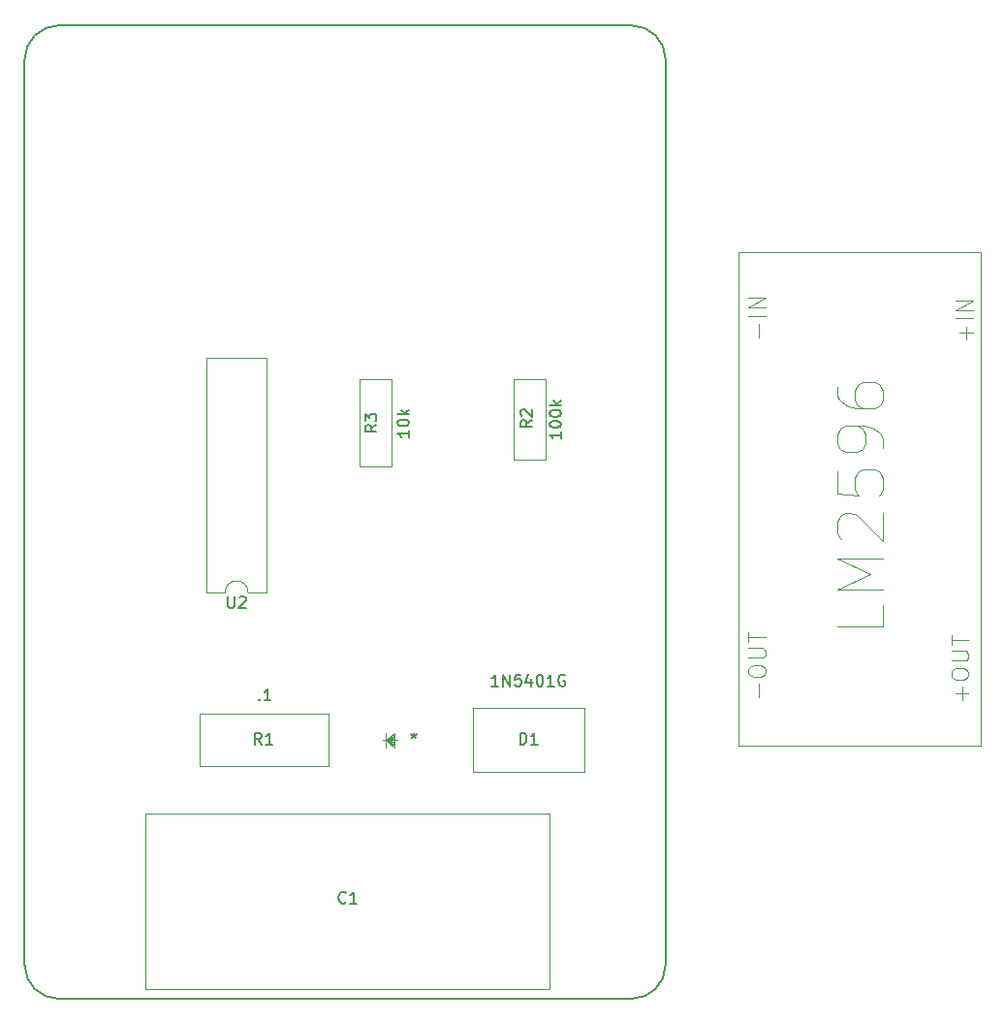
<source format=gbr>
%TF.GenerationSoftware,KiCad,Pcbnew,(7.0.0)*%
%TF.CreationDate,2023-04-04T12:28:07-04:00*%
%TF.ProjectId,scm-pcb,73636d2d-7063-4622-9e6b-696361645f70,2*%
%TF.SameCoordinates,Original*%
%TF.FileFunction,Legend,Top*%
%TF.FilePolarity,Positive*%
%FSLAX46Y46*%
G04 Gerber Fmt 4.6, Leading zero omitted, Abs format (unit mm)*
G04 Created by KiCad (PCBNEW (7.0.0)) date 2023-04-04 12:28:07*
%MOMM*%
%LPD*%
G01*
G04 APERTURE LIST*
%ADD10C,0.150000*%
%ADD11C,0.100000*%
%ADD12C,0.127000*%
%ADD13C,0.120000*%
G04 APERTURE END LIST*
D10*
%TO.C,R3*%
X131386580Y-79192616D02*
X130910390Y-79525949D01*
X131386580Y-79764044D02*
X130386580Y-79764044D01*
X130386580Y-79764044D02*
X130386580Y-79383092D01*
X130386580Y-79383092D02*
X130434200Y-79287854D01*
X130434200Y-79287854D02*
X130481819Y-79240235D01*
X130481819Y-79240235D02*
X130577057Y-79192616D01*
X130577057Y-79192616D02*
X130719914Y-79192616D01*
X130719914Y-79192616D02*
X130815152Y-79240235D01*
X130815152Y-79240235D02*
X130862771Y-79287854D01*
X130862771Y-79287854D02*
X130910390Y-79383092D01*
X130910390Y-79383092D02*
X130910390Y-79764044D01*
X130386580Y-78859282D02*
X130386580Y-78240235D01*
X130386580Y-78240235D02*
X130767533Y-78573568D01*
X130767533Y-78573568D02*
X130767533Y-78430711D01*
X130767533Y-78430711D02*
X130815152Y-78335473D01*
X130815152Y-78335473D02*
X130862771Y-78287854D01*
X130862771Y-78287854D02*
X130958009Y-78240235D01*
X130958009Y-78240235D02*
X131196104Y-78240235D01*
X131196104Y-78240235D02*
X131291342Y-78287854D01*
X131291342Y-78287854D02*
X131338961Y-78335473D01*
X131338961Y-78335473D02*
X131386580Y-78430711D01*
X131386580Y-78430711D02*
X131386580Y-78716425D01*
X131386580Y-78716425D02*
X131338961Y-78811663D01*
X131338961Y-78811663D02*
X131291342Y-78859282D01*
X134234330Y-79674388D02*
X134234330Y-80245816D01*
X134234330Y-79960102D02*
X133234330Y-79960102D01*
X133234330Y-79960102D02*
X133377188Y-80055340D01*
X133377188Y-80055340D02*
X133472426Y-80150578D01*
X133472426Y-80150578D02*
X133520045Y-80245816D01*
X133234330Y-79055340D02*
X133234330Y-78960102D01*
X133234330Y-78960102D02*
X133281950Y-78864864D01*
X133281950Y-78864864D02*
X133329569Y-78817245D01*
X133329569Y-78817245D02*
X133424807Y-78769626D01*
X133424807Y-78769626D02*
X133615283Y-78722007D01*
X133615283Y-78722007D02*
X133853378Y-78722007D01*
X133853378Y-78722007D02*
X134043854Y-78769626D01*
X134043854Y-78769626D02*
X134139092Y-78817245D01*
X134139092Y-78817245D02*
X134186711Y-78864864D01*
X134186711Y-78864864D02*
X134234330Y-78960102D01*
X134234330Y-78960102D02*
X134234330Y-79055340D01*
X134234330Y-79055340D02*
X134186711Y-79150578D01*
X134186711Y-79150578D02*
X134139092Y-79198197D01*
X134139092Y-79198197D02*
X134043854Y-79245816D01*
X134043854Y-79245816D02*
X133853378Y-79293435D01*
X133853378Y-79293435D02*
X133615283Y-79293435D01*
X133615283Y-79293435D02*
X133424807Y-79245816D01*
X133424807Y-79245816D02*
X133329569Y-79198197D01*
X133329569Y-79198197D02*
X133281950Y-79150578D01*
X133281950Y-79150578D02*
X133234330Y-79055340D01*
X134234330Y-78293435D02*
X133234330Y-78293435D01*
X133853378Y-78198197D02*
X134234330Y-77912483D01*
X133567664Y-77912483D02*
X133948616Y-78293435D01*
%TO.C,C1*%
X128716733Y-120874543D02*
X128669114Y-120922162D01*
X128669114Y-120922162D02*
X128526257Y-120969781D01*
X128526257Y-120969781D02*
X128431019Y-120969781D01*
X128431019Y-120969781D02*
X128288162Y-120922162D01*
X128288162Y-120922162D02*
X128192924Y-120826924D01*
X128192924Y-120826924D02*
X128145305Y-120731686D01*
X128145305Y-120731686D02*
X128097686Y-120541210D01*
X128097686Y-120541210D02*
X128097686Y-120398353D01*
X128097686Y-120398353D02*
X128145305Y-120207877D01*
X128145305Y-120207877D02*
X128192924Y-120112639D01*
X128192924Y-120112639D02*
X128288162Y-120017401D01*
X128288162Y-120017401D02*
X128431019Y-119969781D01*
X128431019Y-119969781D02*
X128526257Y-119969781D01*
X128526257Y-119969781D02*
X128669114Y-120017401D01*
X128669114Y-120017401D02*
X128716733Y-120065020D01*
X129669114Y-120969781D02*
X129097686Y-120969781D01*
X129383400Y-120969781D02*
X129383400Y-119969781D01*
X129383400Y-119969781D02*
X129288162Y-120112639D01*
X129288162Y-120112639D02*
X129192924Y-120207877D01*
X129192924Y-120207877D02*
X129097686Y-120255496D01*
%TO.C,R1*%
X121346733Y-107087380D02*
X121013400Y-106611190D01*
X120775305Y-107087380D02*
X120775305Y-106087380D01*
X120775305Y-106087380D02*
X121156257Y-106087380D01*
X121156257Y-106087380D02*
X121251495Y-106135000D01*
X121251495Y-106135000D02*
X121299114Y-106182619D01*
X121299114Y-106182619D02*
X121346733Y-106277857D01*
X121346733Y-106277857D02*
X121346733Y-106420714D01*
X121346733Y-106420714D02*
X121299114Y-106515952D01*
X121299114Y-106515952D02*
X121251495Y-106563571D01*
X121251495Y-106563571D02*
X121156257Y-106611190D01*
X121156257Y-106611190D02*
X120775305Y-106611190D01*
X122299114Y-107087380D02*
X121727686Y-107087380D01*
X122013400Y-107087380D02*
X122013400Y-106087380D01*
X122013400Y-106087380D02*
X121918162Y-106230238D01*
X121918162Y-106230238D02*
X121822924Y-106325476D01*
X121822924Y-106325476D02*
X121727686Y-106373095D01*
X121164210Y-103142142D02*
X121211829Y-103189761D01*
X121211829Y-103189761D02*
X121164210Y-103237380D01*
X121164210Y-103237380D02*
X121116591Y-103189761D01*
X121116591Y-103189761D02*
X121164210Y-103142142D01*
X121164210Y-103142142D02*
X121164210Y-103237380D01*
X122164209Y-103237380D02*
X121592781Y-103237380D01*
X121878495Y-103237380D02*
X121878495Y-102237380D01*
X121878495Y-102237380D02*
X121783257Y-102380238D01*
X121783257Y-102380238D02*
X121688019Y-102475476D01*
X121688019Y-102475476D02*
X121592781Y-102523095D01*
%TO.C,U2*%
X118413095Y-94193380D02*
X118413095Y-95002904D01*
X118413095Y-95002904D02*
X118460714Y-95098142D01*
X118460714Y-95098142D02*
X118508333Y-95145761D01*
X118508333Y-95145761D02*
X118603571Y-95193380D01*
X118603571Y-95193380D02*
X118794047Y-95193380D01*
X118794047Y-95193380D02*
X118889285Y-95145761D01*
X118889285Y-95145761D02*
X118936904Y-95098142D01*
X118936904Y-95098142D02*
X118984523Y-95002904D01*
X118984523Y-95002904D02*
X118984523Y-94193380D01*
X119413095Y-94288619D02*
X119460714Y-94241000D01*
X119460714Y-94241000D02*
X119555952Y-94193380D01*
X119555952Y-94193380D02*
X119794047Y-94193380D01*
X119794047Y-94193380D02*
X119889285Y-94241000D01*
X119889285Y-94241000D02*
X119936904Y-94288619D01*
X119936904Y-94288619D02*
X119984523Y-94383857D01*
X119984523Y-94383857D02*
X119984523Y-94479095D01*
X119984523Y-94479095D02*
X119936904Y-94621952D01*
X119936904Y-94621952D02*
X119365476Y-95193380D01*
X119365476Y-95193380D02*
X119984523Y-95193380D01*
D11*
%TO.C,REF\u002A\u002A*%
X182540942Y-103226057D02*
X182540942Y-102083200D01*
X183112371Y-102654628D02*
X181969514Y-102654628D01*
X181612371Y-101083199D02*
X181612371Y-100797485D01*
X181612371Y-100797485D02*
X181683800Y-100654628D01*
X181683800Y-100654628D02*
X181826657Y-100511771D01*
X181826657Y-100511771D02*
X182112371Y-100440342D01*
X182112371Y-100440342D02*
X182612371Y-100440342D01*
X182612371Y-100440342D02*
X182898085Y-100511771D01*
X182898085Y-100511771D02*
X183040942Y-100654628D01*
X183040942Y-100654628D02*
X183112371Y-100797485D01*
X183112371Y-100797485D02*
X183112371Y-101083199D01*
X183112371Y-101083199D02*
X183040942Y-101226057D01*
X183040942Y-101226057D02*
X182898085Y-101368914D01*
X182898085Y-101368914D02*
X182612371Y-101440342D01*
X182612371Y-101440342D02*
X182112371Y-101440342D01*
X182112371Y-101440342D02*
X181826657Y-101368914D01*
X181826657Y-101368914D02*
X181683800Y-101226057D01*
X181683800Y-101226057D02*
X181612371Y-101083199D01*
X181612371Y-99797485D02*
X182826657Y-99797485D01*
X182826657Y-99797485D02*
X182969514Y-99726056D01*
X182969514Y-99726056D02*
X183040942Y-99654628D01*
X183040942Y-99654628D02*
X183112371Y-99511770D01*
X183112371Y-99511770D02*
X183112371Y-99226056D01*
X183112371Y-99226056D02*
X183040942Y-99083199D01*
X183040942Y-99083199D02*
X182969514Y-99011770D01*
X182969514Y-99011770D02*
X182826657Y-98940342D01*
X182826657Y-98940342D02*
X181612371Y-98940342D01*
X181612371Y-98440341D02*
X181612371Y-97583199D01*
X183112371Y-98011770D02*
X181612371Y-98011770D01*
X175659523Y-94909457D02*
X175659523Y-96814219D01*
X175659523Y-96814219D02*
X171659523Y-96814219D01*
X175659523Y-93576124D02*
X171659523Y-93576124D01*
X171659523Y-93576124D02*
X174516666Y-92242790D01*
X174516666Y-92242790D02*
X171659523Y-90909457D01*
X171659523Y-90909457D02*
X175659523Y-90909457D01*
X172040476Y-89195171D02*
X171850000Y-89004695D01*
X171850000Y-89004695D02*
X171659523Y-88623742D01*
X171659523Y-88623742D02*
X171659523Y-87671361D01*
X171659523Y-87671361D02*
X171850000Y-87290409D01*
X171850000Y-87290409D02*
X172040476Y-87099933D01*
X172040476Y-87099933D02*
X172421428Y-86909456D01*
X172421428Y-86909456D02*
X172802380Y-86909456D01*
X172802380Y-86909456D02*
X173373809Y-87099933D01*
X173373809Y-87099933D02*
X175659523Y-89385647D01*
X175659523Y-89385647D02*
X175659523Y-86909456D01*
X171659523Y-83290409D02*
X171659523Y-85195171D01*
X171659523Y-85195171D02*
X173564285Y-85385647D01*
X173564285Y-85385647D02*
X173373809Y-85195171D01*
X173373809Y-85195171D02*
X173183333Y-84814218D01*
X173183333Y-84814218D02*
X173183333Y-83861837D01*
X173183333Y-83861837D02*
X173373809Y-83480885D01*
X173373809Y-83480885D02*
X173564285Y-83290409D01*
X173564285Y-83290409D02*
X173945238Y-83099932D01*
X173945238Y-83099932D02*
X174897619Y-83099932D01*
X174897619Y-83099932D02*
X175278571Y-83290409D01*
X175278571Y-83290409D02*
X175469047Y-83480885D01*
X175469047Y-83480885D02*
X175659523Y-83861837D01*
X175659523Y-83861837D02*
X175659523Y-84814218D01*
X175659523Y-84814218D02*
X175469047Y-85195171D01*
X175469047Y-85195171D02*
X175278571Y-85385647D01*
X175659523Y-81195170D02*
X175659523Y-80433266D01*
X175659523Y-80433266D02*
X175469047Y-80052313D01*
X175469047Y-80052313D02*
X175278571Y-79861837D01*
X175278571Y-79861837D02*
X174707142Y-79480885D01*
X174707142Y-79480885D02*
X173945238Y-79290408D01*
X173945238Y-79290408D02*
X172421428Y-79290408D01*
X172421428Y-79290408D02*
X172040476Y-79480885D01*
X172040476Y-79480885D02*
X171850000Y-79671361D01*
X171850000Y-79671361D02*
X171659523Y-80052313D01*
X171659523Y-80052313D02*
X171659523Y-80814218D01*
X171659523Y-80814218D02*
X171850000Y-81195170D01*
X171850000Y-81195170D02*
X172040476Y-81385647D01*
X172040476Y-81385647D02*
X172421428Y-81576123D01*
X172421428Y-81576123D02*
X173373809Y-81576123D01*
X173373809Y-81576123D02*
X173754761Y-81385647D01*
X173754761Y-81385647D02*
X173945238Y-81195170D01*
X173945238Y-81195170D02*
X174135714Y-80814218D01*
X174135714Y-80814218D02*
X174135714Y-80052313D01*
X174135714Y-80052313D02*
X173945238Y-79671361D01*
X173945238Y-79671361D02*
X173754761Y-79480885D01*
X173754761Y-79480885D02*
X173373809Y-79290408D01*
X171659523Y-75861837D02*
X171659523Y-76623742D01*
X171659523Y-76623742D02*
X171850000Y-77004694D01*
X171850000Y-77004694D02*
X172040476Y-77195170D01*
X172040476Y-77195170D02*
X172611904Y-77576123D01*
X172611904Y-77576123D02*
X173373809Y-77766599D01*
X173373809Y-77766599D02*
X174897619Y-77766599D01*
X174897619Y-77766599D02*
X175278571Y-77576123D01*
X175278571Y-77576123D02*
X175469047Y-77385646D01*
X175469047Y-77385646D02*
X175659523Y-77004694D01*
X175659523Y-77004694D02*
X175659523Y-76242789D01*
X175659523Y-76242789D02*
X175469047Y-75861837D01*
X175469047Y-75861837D02*
X175278571Y-75671361D01*
X175278571Y-75671361D02*
X174897619Y-75480884D01*
X174897619Y-75480884D02*
X173945238Y-75480884D01*
X173945238Y-75480884D02*
X173564285Y-75671361D01*
X173564285Y-75671361D02*
X173373809Y-75861837D01*
X173373809Y-75861837D02*
X173183333Y-76242789D01*
X173183333Y-76242789D02*
X173183333Y-77004694D01*
X173183333Y-77004694D02*
X173373809Y-77385646D01*
X173373809Y-77385646D02*
X173564285Y-77576123D01*
X173564285Y-77576123D02*
X173945238Y-77766599D01*
X164837142Y-102972057D02*
X164837142Y-101829200D01*
X163908571Y-100829199D02*
X163908571Y-100543485D01*
X163908571Y-100543485D02*
X163980000Y-100400628D01*
X163980000Y-100400628D02*
X164122857Y-100257771D01*
X164122857Y-100257771D02*
X164408571Y-100186342D01*
X164408571Y-100186342D02*
X164908571Y-100186342D01*
X164908571Y-100186342D02*
X165194285Y-100257771D01*
X165194285Y-100257771D02*
X165337142Y-100400628D01*
X165337142Y-100400628D02*
X165408571Y-100543485D01*
X165408571Y-100543485D02*
X165408571Y-100829199D01*
X165408571Y-100829199D02*
X165337142Y-100972057D01*
X165337142Y-100972057D02*
X165194285Y-101114914D01*
X165194285Y-101114914D02*
X164908571Y-101186342D01*
X164908571Y-101186342D02*
X164408571Y-101186342D01*
X164408571Y-101186342D02*
X164122857Y-101114914D01*
X164122857Y-101114914D02*
X163980000Y-100972057D01*
X163980000Y-100972057D02*
X163908571Y-100829199D01*
X163908571Y-99543485D02*
X165122857Y-99543485D01*
X165122857Y-99543485D02*
X165265714Y-99472056D01*
X165265714Y-99472056D02*
X165337142Y-99400628D01*
X165337142Y-99400628D02*
X165408571Y-99257770D01*
X165408571Y-99257770D02*
X165408571Y-98972056D01*
X165408571Y-98972056D02*
X165337142Y-98829199D01*
X165337142Y-98829199D02*
X165265714Y-98757770D01*
X165265714Y-98757770D02*
X165122857Y-98686342D01*
X165122857Y-98686342D02*
X163908571Y-98686342D01*
X163908571Y-98186341D02*
X163908571Y-97329199D01*
X165408571Y-97757770D02*
X163908571Y-97757770D01*
X164811742Y-71552257D02*
X164811742Y-70409400D01*
X165383171Y-69695114D02*
X163883171Y-69695114D01*
X165383171Y-68980828D02*
X163883171Y-68980828D01*
X163883171Y-68980828D02*
X165383171Y-68123685D01*
X165383171Y-68123685D02*
X163883171Y-68123685D01*
X182921942Y-71755457D02*
X182921942Y-70612600D01*
X183493371Y-71184028D02*
X182350514Y-71184028D01*
X183493371Y-69898314D02*
X181993371Y-69898314D01*
X183493371Y-69184028D02*
X181993371Y-69184028D01*
X181993371Y-69184028D02*
X183493371Y-68326885D01*
X183493371Y-68326885D02*
X181993371Y-68326885D01*
D10*
%TO.C,R2*%
X144994980Y-78805066D02*
X144518790Y-79138399D01*
X144994980Y-79376494D02*
X143994980Y-79376494D01*
X143994980Y-79376494D02*
X143994980Y-78995542D01*
X143994980Y-78995542D02*
X144042600Y-78900304D01*
X144042600Y-78900304D02*
X144090219Y-78852685D01*
X144090219Y-78852685D02*
X144185457Y-78805066D01*
X144185457Y-78805066D02*
X144328314Y-78805066D01*
X144328314Y-78805066D02*
X144423552Y-78852685D01*
X144423552Y-78852685D02*
X144471171Y-78900304D01*
X144471171Y-78900304D02*
X144518790Y-78995542D01*
X144518790Y-78995542D02*
X144518790Y-79376494D01*
X144090219Y-78424113D02*
X144042600Y-78376494D01*
X144042600Y-78376494D02*
X143994980Y-78281256D01*
X143994980Y-78281256D02*
X143994980Y-78043161D01*
X143994980Y-78043161D02*
X144042600Y-77947923D01*
X144042600Y-77947923D02*
X144090219Y-77900304D01*
X144090219Y-77900304D02*
X144185457Y-77852685D01*
X144185457Y-77852685D02*
X144280695Y-77852685D01*
X144280695Y-77852685D02*
X144423552Y-77900304D01*
X144423552Y-77900304D02*
X144994980Y-78471732D01*
X144994980Y-78471732D02*
X144994980Y-77852685D01*
X147509580Y-79811428D02*
X147509580Y-80382856D01*
X147509580Y-80097142D02*
X146509580Y-80097142D01*
X146509580Y-80097142D02*
X146652438Y-80192380D01*
X146652438Y-80192380D02*
X146747676Y-80287618D01*
X146747676Y-80287618D02*
X146795295Y-80382856D01*
X146509580Y-79192380D02*
X146509580Y-79097142D01*
X146509580Y-79097142D02*
X146557200Y-79001904D01*
X146557200Y-79001904D02*
X146604819Y-78954285D01*
X146604819Y-78954285D02*
X146700057Y-78906666D01*
X146700057Y-78906666D02*
X146890533Y-78859047D01*
X146890533Y-78859047D02*
X147128628Y-78859047D01*
X147128628Y-78859047D02*
X147319104Y-78906666D01*
X147319104Y-78906666D02*
X147414342Y-78954285D01*
X147414342Y-78954285D02*
X147461961Y-79001904D01*
X147461961Y-79001904D02*
X147509580Y-79097142D01*
X147509580Y-79097142D02*
X147509580Y-79192380D01*
X147509580Y-79192380D02*
X147461961Y-79287618D01*
X147461961Y-79287618D02*
X147414342Y-79335237D01*
X147414342Y-79335237D02*
X147319104Y-79382856D01*
X147319104Y-79382856D02*
X147128628Y-79430475D01*
X147128628Y-79430475D02*
X146890533Y-79430475D01*
X146890533Y-79430475D02*
X146700057Y-79382856D01*
X146700057Y-79382856D02*
X146604819Y-79335237D01*
X146604819Y-79335237D02*
X146557200Y-79287618D01*
X146557200Y-79287618D02*
X146509580Y-79192380D01*
X146509580Y-78239999D02*
X146509580Y-78144761D01*
X146509580Y-78144761D02*
X146557200Y-78049523D01*
X146557200Y-78049523D02*
X146604819Y-78001904D01*
X146604819Y-78001904D02*
X146700057Y-77954285D01*
X146700057Y-77954285D02*
X146890533Y-77906666D01*
X146890533Y-77906666D02*
X147128628Y-77906666D01*
X147128628Y-77906666D02*
X147319104Y-77954285D01*
X147319104Y-77954285D02*
X147414342Y-78001904D01*
X147414342Y-78001904D02*
X147461961Y-78049523D01*
X147461961Y-78049523D02*
X147509580Y-78144761D01*
X147509580Y-78144761D02*
X147509580Y-78239999D01*
X147509580Y-78239999D02*
X147461961Y-78335237D01*
X147461961Y-78335237D02*
X147414342Y-78382856D01*
X147414342Y-78382856D02*
X147319104Y-78430475D01*
X147319104Y-78430475D02*
X147128628Y-78478094D01*
X147128628Y-78478094D02*
X146890533Y-78478094D01*
X146890533Y-78478094D02*
X146700057Y-78430475D01*
X146700057Y-78430475D02*
X146604819Y-78382856D01*
X146604819Y-78382856D02*
X146557200Y-78335237D01*
X146557200Y-78335237D02*
X146509580Y-78239999D01*
X147509580Y-77478094D02*
X146509580Y-77478094D01*
X147128628Y-77382856D02*
X147509580Y-77097142D01*
X146842914Y-77097142D02*
X147223866Y-77478094D01*
%TO.C,D1*%
X143951655Y-107087380D02*
X143951655Y-106087380D01*
X143951655Y-106087380D02*
X144189750Y-106087380D01*
X144189750Y-106087380D02*
X144332607Y-106135000D01*
X144332607Y-106135000D02*
X144427845Y-106230238D01*
X144427845Y-106230238D02*
X144475464Y-106325476D01*
X144475464Y-106325476D02*
X144523083Y-106515952D01*
X144523083Y-106515952D02*
X144523083Y-106658809D01*
X144523083Y-106658809D02*
X144475464Y-106849285D01*
X144475464Y-106849285D02*
X144427845Y-106944523D01*
X144427845Y-106944523D02*
X144332607Y-107039761D01*
X144332607Y-107039761D02*
X144189750Y-107087380D01*
X144189750Y-107087380D02*
X143951655Y-107087380D01*
X145475464Y-107087380D02*
X144904036Y-107087380D01*
X145189750Y-107087380D02*
X145189750Y-106087380D01*
X145189750Y-106087380D02*
X145094512Y-106230238D01*
X145094512Y-106230238D02*
X144999274Y-106325476D01*
X144999274Y-106325476D02*
X144904036Y-106373095D01*
X142046892Y-102007380D02*
X141475464Y-102007380D01*
X141761178Y-102007380D02*
X141761178Y-101007380D01*
X141761178Y-101007380D02*
X141665940Y-101150238D01*
X141665940Y-101150238D02*
X141570702Y-101245476D01*
X141570702Y-101245476D02*
X141475464Y-101293095D01*
X142475464Y-102007380D02*
X142475464Y-101007380D01*
X142475464Y-101007380D02*
X143046892Y-102007380D01*
X143046892Y-102007380D02*
X143046892Y-101007380D01*
X143999273Y-101007380D02*
X143523083Y-101007380D01*
X143523083Y-101007380D02*
X143475464Y-101483571D01*
X143475464Y-101483571D02*
X143523083Y-101435952D01*
X143523083Y-101435952D02*
X143618321Y-101388333D01*
X143618321Y-101388333D02*
X143856416Y-101388333D01*
X143856416Y-101388333D02*
X143951654Y-101435952D01*
X143951654Y-101435952D02*
X143999273Y-101483571D01*
X143999273Y-101483571D02*
X144046892Y-101578809D01*
X144046892Y-101578809D02*
X144046892Y-101816904D01*
X144046892Y-101816904D02*
X143999273Y-101912142D01*
X143999273Y-101912142D02*
X143951654Y-101959761D01*
X143951654Y-101959761D02*
X143856416Y-102007380D01*
X143856416Y-102007380D02*
X143618321Y-102007380D01*
X143618321Y-102007380D02*
X143523083Y-101959761D01*
X143523083Y-101959761D02*
X143475464Y-101912142D01*
X144904035Y-101340714D02*
X144904035Y-102007380D01*
X144665940Y-100959761D02*
X144427845Y-101674047D01*
X144427845Y-101674047D02*
X145046892Y-101674047D01*
X145618321Y-101007380D02*
X145713559Y-101007380D01*
X145713559Y-101007380D02*
X145808797Y-101055000D01*
X145808797Y-101055000D02*
X145856416Y-101102619D01*
X145856416Y-101102619D02*
X145904035Y-101197857D01*
X145904035Y-101197857D02*
X145951654Y-101388333D01*
X145951654Y-101388333D02*
X145951654Y-101626428D01*
X145951654Y-101626428D02*
X145904035Y-101816904D01*
X145904035Y-101816904D02*
X145856416Y-101912142D01*
X145856416Y-101912142D02*
X145808797Y-101959761D01*
X145808797Y-101959761D02*
X145713559Y-102007380D01*
X145713559Y-102007380D02*
X145618321Y-102007380D01*
X145618321Y-102007380D02*
X145523083Y-101959761D01*
X145523083Y-101959761D02*
X145475464Y-101912142D01*
X145475464Y-101912142D02*
X145427845Y-101816904D01*
X145427845Y-101816904D02*
X145380226Y-101626428D01*
X145380226Y-101626428D02*
X145380226Y-101388333D01*
X145380226Y-101388333D02*
X145427845Y-101197857D01*
X145427845Y-101197857D02*
X145475464Y-101102619D01*
X145475464Y-101102619D02*
X145523083Y-101055000D01*
X145523083Y-101055000D02*
X145618321Y-101007380D01*
X146904035Y-102007380D02*
X146332607Y-102007380D01*
X146618321Y-102007380D02*
X146618321Y-101007380D01*
X146618321Y-101007380D02*
X146523083Y-101150238D01*
X146523083Y-101150238D02*
X146427845Y-101245476D01*
X146427845Y-101245476D02*
X146332607Y-101293095D01*
X147856416Y-101055000D02*
X147761178Y-101007380D01*
X147761178Y-101007380D02*
X147618321Y-101007380D01*
X147618321Y-101007380D02*
X147475464Y-101055000D01*
X147475464Y-101055000D02*
X147380226Y-101150238D01*
X147380226Y-101150238D02*
X147332607Y-101245476D01*
X147332607Y-101245476D02*
X147284988Y-101435952D01*
X147284988Y-101435952D02*
X147284988Y-101578809D01*
X147284988Y-101578809D02*
X147332607Y-101769285D01*
X147332607Y-101769285D02*
X147380226Y-101864523D01*
X147380226Y-101864523D02*
X147475464Y-101959761D01*
X147475464Y-101959761D02*
X147618321Y-102007380D01*
X147618321Y-102007380D02*
X147713559Y-102007380D01*
X147713559Y-102007380D02*
X147856416Y-101959761D01*
X147856416Y-101959761D02*
X147904035Y-101912142D01*
X147904035Y-101912142D02*
X147904035Y-101578809D01*
X147904035Y-101578809D02*
X147713559Y-101578809D01*
X134656750Y-106087380D02*
X134656750Y-106325476D01*
X134418655Y-106230238D02*
X134656750Y-106325476D01*
X134656750Y-106325476D02*
X134894845Y-106230238D01*
X134513893Y-106515952D02*
X134656750Y-106325476D01*
X134656750Y-106325476D02*
X134799607Y-106515952D01*
D12*
%TO.C,J1*%
X103662000Y-129318000D02*
X153662000Y-129318000D01*
X156662000Y-126318000D02*
X156662000Y-47318000D01*
X100662000Y-47318000D02*
X100662000Y-126318000D01*
X153662000Y-44318000D02*
X103662000Y-44318000D01*
X100662000Y-126318000D02*
G75*
G03*
X103662000Y-129318000I3000001J1D01*
G01*
X153662000Y-129318000D02*
G75*
G03*
X156662000Y-126318000I-1J3000001D01*
G01*
X103662000Y-44318000D02*
G75*
G03*
X100662000Y-47318000I0J-3000000D01*
G01*
X156662000Y-47318000D02*
G75*
G03*
X153662000Y-44318000I-3000000J0D01*
G01*
D13*
%TO.C,R3*%
X132689600Y-75215950D02*
X129946400Y-75215950D01*
X129946400Y-75215950D02*
X129946400Y-82835950D01*
X132689600Y-82835950D02*
X132689600Y-75215950D01*
X129946400Y-82835950D02*
X132689600Y-82835950D01*
%TO.C,C1*%
X146485600Y-128436701D02*
X146485600Y-113171301D01*
X111230400Y-128436701D02*
X146485600Y-128436701D01*
X111230400Y-128436701D02*
X111230400Y-113171301D01*
X111230400Y-113171301D02*
X146485600Y-113171301D01*
%TO.C,R1*%
X127228400Y-108993300D02*
X127228400Y-104446700D01*
X127228400Y-104446700D02*
X115976200Y-104446700D01*
X115976200Y-108993300D02*
X127228400Y-108993300D01*
X115976200Y-104446700D02*
X115976200Y-108993300D01*
%TO.C,U2*%
X121825000Y-93826000D02*
X121825000Y-73386000D01*
X121825000Y-73386000D02*
X116525000Y-73386000D01*
X120175000Y-93826000D02*
X121825000Y-93826000D01*
X116525000Y-93826000D02*
X118175000Y-93826000D01*
X116525000Y-73386000D02*
X116525000Y-93826000D01*
X120175000Y-93826000D02*
G75*
G03*
X118175000Y-93826000I-1000000J0D01*
G01*
D11*
%TO.C,REF\u002A\u002A*%
X163042600Y-107190000D02*
X184150000Y-107190000D01*
X184150000Y-107190000D02*
X184150000Y-64086200D01*
X184150000Y-64086200D02*
X163042600Y-64086200D01*
X163042600Y-64086200D02*
X163042600Y-107190000D01*
D13*
%TO.C,R2*%
X146215100Y-75209400D02*
X143344900Y-75209400D01*
X143344900Y-75209400D02*
X143344900Y-82270600D01*
X146215100Y-82270600D02*
X146215100Y-75209400D01*
X143344900Y-82270600D02*
X146215100Y-82270600D01*
%TO.C,D1*%
X132180250Y-106085000D02*
X132180250Y-107355000D01*
X132180250Y-106720000D02*
X132942250Y-106085000D01*
X132180250Y-106720000D02*
X132942250Y-106212000D01*
X132180250Y-106720000D02*
X132942250Y-106339000D01*
X132180250Y-106720000D02*
X132942250Y-106466000D01*
X132180250Y-106720000D02*
X132942250Y-106593000D01*
X132180250Y-106720000D02*
X132942250Y-106847000D01*
X132180250Y-106720000D02*
X132942250Y-106974000D01*
X132180250Y-106720000D02*
X132942250Y-107101000D01*
X132180250Y-106720000D02*
X132942250Y-107228000D01*
X132180250Y-106720000D02*
X132942250Y-107355000D01*
X132942250Y-106085000D02*
X132942250Y-107355000D01*
X133196250Y-106720000D02*
X131926250Y-106720000D01*
X139800250Y-103926000D02*
X139800250Y-109514000D01*
X139800250Y-109514000D02*
X149579250Y-109514000D01*
X149579250Y-103926000D02*
X139800250Y-103926000D01*
X149579250Y-109514000D02*
X149579250Y-103926000D01*
%TD*%
M02*

</source>
